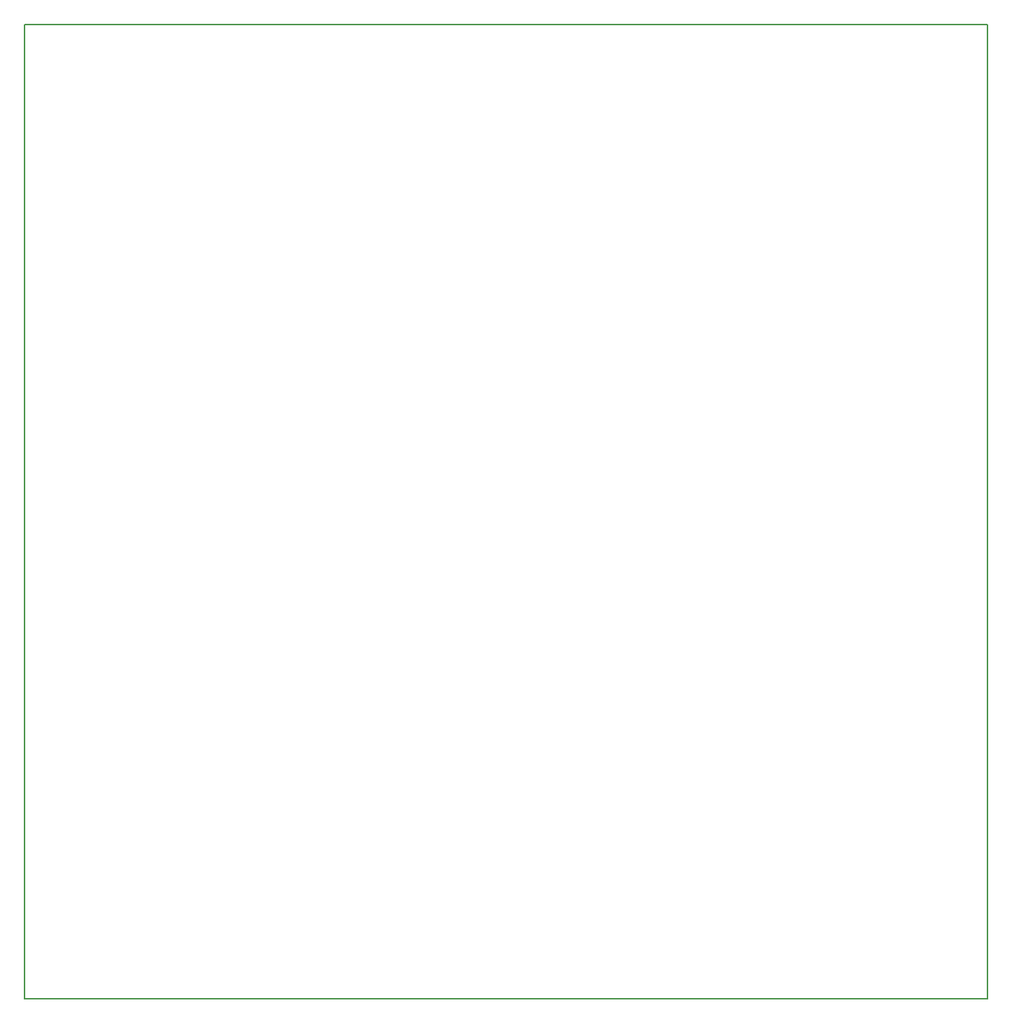
<source format=gbr>
G04 #@! TF.FileFunction,Profile,NP*
%FSLAX46Y46*%
G04 Gerber Fmt 4.6, Leading zero omitted, Abs format (unit mm)*
G04 Created by KiCad (PCBNEW 4.0.7) date 01/04/18 14:51:34*
%MOMM*%
%LPD*%
G01*
G04 APERTURE LIST*
%ADD10C,0.100000*%
%ADD11C,0.150000*%
G04 APERTURE END LIST*
D10*
D11*
X113030000Y114300000D02*
X0Y114300000D01*
X113030000Y0D02*
X113030000Y114300000D01*
X0Y0D02*
X113030000Y0D01*
X0Y114300000D02*
X0Y0D01*
M02*

</source>
